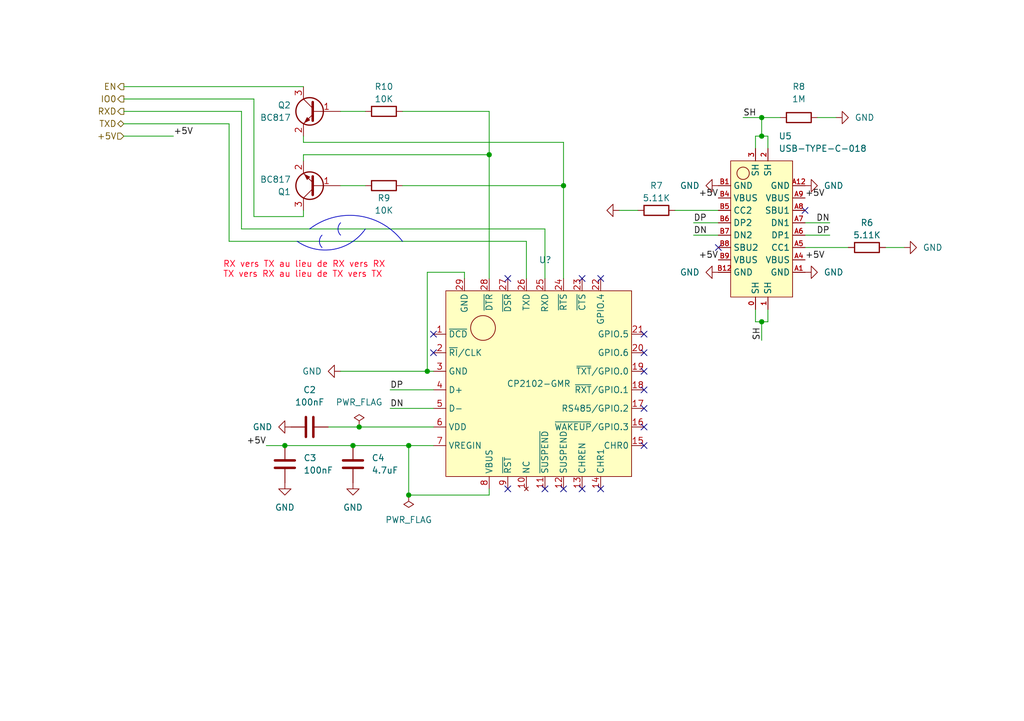
<source format=kicad_sch>
(kicad_sch (version 20230121) (generator eeschema)
  (paper "A5")
  (title_block (title "USB to UART") (date "2023-10-10") (rev "1.0"))
  (lib_symbols
    (symbol "Way to silence:BC817" (pin_names (offset 0) hide)
      (property "Reference" "Q" (at 5.08 1.905 0))
      (property "Value" "BC817" (at 5.08 0 0))
      (symbol "BC817_0_1"
        (polyline (pts (xy 0.635 0.635) (xy 2.54 2.54)))
        (polyline (pts (xy 0.635 -0.635) (xy 2.54 -2.54) (xy 2.54 -2.54)))
        (polyline (pts (xy 0.635 1.905) (xy 0.635 -1.905) (xy 0.635 -1.905)) (stroke (width 0.508)))
        (polyline (pts (xy 1.27 -1.778) (xy 1.778 -1.27) (xy 2.286 -2.286) (xy 1.27 -1.778) (xy 1.27 -1.778)) (fill (type outline)))
        (circle (center 1.27 0) (radius 2.8194) (stroke (width 0.254)))
      )
      (symbol "BC817_1_1"
        (pin input line (at -5.08 0 0) (length 5.715) (name "B") (number "1"))
        (pin passive line (at 2.54 -5.08 90) (length 2.54) (name "E") (number "2"))
        (pin passive line (at 2.54 5.08 270) (length 2.54) (name "C") (number "3"))
      )
    )
    (symbol "Way to silence:C" (pin_numbers hide) (pin_names (offset 0.254))
      (property "Reference" "C" (at -3.81 1.27 0))
      (property "Value" "C" (at 2.54 1.27 0))
      (symbol "C_0_1"
        (polyline (pts (xy -0.762 -2.032) (xy -0.762 2.032)) (stroke (width 0.508)))
        (polyline (pts (xy 0.762 -2.032) (xy 0.762 2.032)) (stroke (width 0.508)))
      )
      (symbol "C_1_1"
        (pin passive line (at -3.81 0 0) (length 2.794) (name "~") (number "1"))
        (pin passive line (at 3.81 0 180) (length 2.794) (name "~") (number "2"))
      )
    )
    (symbol "Way to silence:CP2102"
      (property "Reference" "U" (at -1.27 8.89 0))
      (property "Value" "CP2102-GMR" (at -1.27 3.81 0))
      (symbol "CP2102_1_1"
        (rectangle (start -19.05 19.05) (end 19.05 -19.05) (fill (type background)))
        (circle (center -11.43 11.43) (radius 2.54))
        (pin input line (at -21.59 10.16 0) (length 2.54) (name "~{DCD}") (number "1"))
        (pin no_connect line (at -2.54 -21.59 90) (length 2.54) (name "NC") (number "10"))
        (pin output line (at 1.27 -21.59 90) (length 2.54) (name "~{SUSPEND}") (number "11"))
        (pin output line (at 5.08 -21.59 90) (length 2.54) (name "SUSPEND") (number "12"))
        (pin output line (at 8.89 -21.59 90) (length 2.54) (name "CHREN") (number "13"))
        (pin output line (at 12.7 -21.59 90) (length 2.54) (name "CHR1") (number "14"))
        (pin output line (at 21.59 -12.7 180) (length 2.54) (name "CHR0") (number "15"))
        (pin bidirectional line (at 21.59 -8.89 180) (length 2.54) (name "~{WAKEUP}/GPIO.3") (number "16"))
        (pin bidirectional line (at 21.59 -5.08 180) (length 2.54) (name "RS485/GPIO.2") (number "17"))
        (pin bidirectional line (at 21.59 -1.27 180) (length 2.54) (name "~{RXT}/GPIO.1") (number "18"))
        (pin bidirectional line (at 21.59 2.54 180) (length 2.54) (name "~{TXT}/GPIO.0") (number "19"))
        (pin bidirectional line (at -21.59 6.35 0) (length 2.54) (name "~{RI}/CLK") (number "2"))
        (pin bidirectional line (at 21.59 6.35 180) (length 2.54) (name "GPIO.6") (number "20"))
        (pin bidirectional line (at 21.59 10.16 180) (length 2.54) (name "GPIO.5") (number "21"))
        (pin bidirectional line (at 12.7 21.59 270) (length 2.54) (name "GPIO.4") (number "22"))
        (pin input line (at 8.89 21.59 270) (length 2.54) (name "~{CTS}") (number "23"))
        (pin output line (at 5.08 21.59 270) (length 2.54) (name "~{RTS}") (number "24"))
        (pin input line (at 1.27 21.59 270) (length 2.54) (name "RXD") (number "25"))
        (pin output line (at -2.54 21.59 270) (length 2.54) (name "TXD") (number "26"))
        (pin input line (at -6.35 21.59 270) (length 2.54) (name "~{DSR}") (number "27"))
        (pin output line (at -10.16 21.59 270) (length 2.54) (name "~{DTR}") (number "28"))
        (pin passive line (at -15.24 21.59 270) (length 2.54) (name "GND") (number "29"))
        (pin power_in line (at -21.59 2.54 0) (length 2.54) (name "GND") (number "3"))
        (pin bidirectional line (at -21.59 -1.27 0) (length 2.54) (name "D+") (number "4"))
        (pin bidirectional line (at -21.59 -5.08 0) (length 2.54) (name "D-") (number "5"))
        (pin power_in line (at -21.59 -8.89 0) (length 2.54) (name "VDD") (number "6"))
        (pin power_in line (at -21.59 -12.7 0) (length 2.54) (name "VREGIN") (number "7"))
        (pin input line (at -10.16 -21.59 90) (length 2.54) (name "VBUS") (number "8"))
        (pin input line (at -6.35 -21.59 90) (length 2.54) (name "~{RST}") (number "9"))
      )
    )
    (symbol "Way to silence:R" (pin_numbers hide) (pin_names (offset 0))
      (property "Reference" "R" (at 0 2.032 0))
      (property "Value" "R" (at 0 0 0))
      (symbol "R_0_1"
        (rectangle (start 2.54 -1.016) (end -2.54 1.016) (stroke (width 0.254)))
      )
      (symbol "R_1_1"
        (pin passive line (at -3.81 0 0) (length 1.27) (name "~") (number "1"))
        (pin passive line (at 3.81 0 180) (length 1.27) (name "~") (number "2"))
      )
    )
    (symbol "Way to silence:USB_C_Receptacle"
      (property "Reference" "U" (at 0 22.86 0))
      (property "Value" "USB-TYPE-C-018" (at 0 25.4 0))
      (symbol "USB_C_Receptacle_1_1"
        (rectangle (start -6.35 12.7) (end 6.35 -15.24) (fill (type background)))
        (circle (center -3.81 10.16) (radius 1.27))
        (pin passive line (at -1.27 -17.78 90) (length 2.54) (name "SH") (number "0"))
        (pin passive line (at 1.27 -17.78 90) (length 2.54) (name "SH") (number "1"))
        (pin passive line (at 1.27 15.24 270) (length 2.54) (name "SH") (number "2"))
        (pin passive line (at -1.27 15.24 270) (length 2.54) (name "SH") (number "3"))
        (pin passive line (at 8.89 -10.16 180) (length 2.54) (name "GND") (number "A1"))
        (pin passive line (at 8.89 7.62 180) (length 2.54) (name "GND") (number "A12"))
        (pin passive line (at 8.89 -7.62 180) (length 2.54) (name "VBUS") (number "A4"))
        (pin bidirectional line (at 8.89 -5.08 180) (length 2.54) (name "CC1") (number "A5"))
        (pin bidirectional line (at 8.89 -2.54 180) (length 2.54) (name "DP1") (number "A6"))
        (pin bidirectional line (at 8.89 0 180) (length 2.54) (name "DN1") (number "A7"))
        (pin bidirectional line (at 8.89 2.54 180) (length 2.54) (name "SBU1") (number "A8"))
        (pin passive line (at 8.89 5.08 180) (length 2.54) (name "VBUS") (number "A9"))
        (pin passive line (at -8.89 7.62 0) (length 2.54) (name "GND") (number "B1"))
        (pin passive line (at -8.89 -10.16 0) (length 2.54) (name "GND") (number "B12"))
        (pin passive line (at -8.89 5.08 0) (length 2.54) (name "VBUS") (number "B4"))
        (pin bidirectional line (at -8.89 2.54 0) (length 2.54) (name "CC2") (number "B5"))
        (pin bidirectional line (at -8.89 0 0) (length 2.54) (name "DP2") (number "B6"))
        (pin bidirectional line (at -8.89 -2.54 0) (length 2.54) (name "DN2") (number "B7"))
        (pin bidirectional line (at -8.89 -5.08 0) (length 2.54) (name "SBU2") (number "B8"))
        (pin passive line (at -8.89 -7.62 0) (length 2.54) (name "VBUS") (number "B9"))
      )
    )
    (symbol "power:GND" (power) (pin_names (offset 0))
      (property "Value" "GND" (at 0 -3.81 0))
      (symbol "GND_0_1"
        (polyline (pts (xy 0 0) (xy 0 -1.27) (xy 1.27 -1.27) (xy 0 -2.54) (xy -1.27 -1.27) (xy 0 -1.27)))
      )
      (symbol "GND_1_1"
        (pin power_in line (at 0 0 270) (length 0) hide (name "GND") (number "1"))
      )
    )
    (symbol "power:PWR_FLAG" (power) (pin_numbers hide) (pin_names (offset 0) hide)
      (property "Value" "PWR_FLAG" (at 0 3.81 0))
      (symbol "PWR_FLAG_0_0"
        (pin power_out line (at 0 0 90) (length 0) (name "pwr") (number "1"))
      )
      (symbol "PWR_FLAG_0_1"
        (polyline (pts (xy 0 0) (xy 0 1.27) (xy -1.016 1.905) (xy 0 2.54) (xy 1.016 1.905) (xy 0 1.27)))
      )
    )
  )
  (junction (at 58.42 91.44))
  (junction (at 83.82 101.6))
  (junction (at 73.66 87.63))
  (junction (at 83.82 91.44))
  (junction (at 87.63 76.2))
  (junction (at 100.33 31.75))
  (junction (at 156.21 27.94))
  (junction (at 156.21 66.04))
  (junction (at 115.57 38.1))
  (junction (at 72.39 91.44))
  (junction (at 156.21 24.13))
  (no_connect (at 132.08 72.39))
  (no_connect (at 111.76 100.33))
  (no_connect (at 115.57 100.33))
  (no_connect (at 147.32 50.8))
  (no_connect (at 104.14 57.15))
  (no_connect (at 132.08 80.01))
  (no_connect (at 132.08 91.44))
  (no_connect (at 104.14 100.33))
  (no_connect (at 165.1 43.18))
  (no_connect (at 132.08 83.82))
  (no_connect (at 132.08 68.58))
  (no_connect (at 123.19 100.33))
  (no_connect (at 119.38 57.15))
  (no_connect (at 132.08 87.63))
  (no_connect (at 88.9 72.39))
  (no_connect (at 88.9 68.58))
  (no_connect (at 123.19 57.15))
  (no_connect (at 132.08 76.2))
  (no_connect (at 119.38 100.33))
  (wire (pts (xy 54.61 91.44) (xy 58.42 91.44)))
  (wire (pts (xy 52.07 44.45) (xy 52.07 20.32)))
  (wire (pts (xy 167.64 24.13) (xy 171.45 24.13)))
  (wire (pts (xy 115.57 38.1) (xy 115.57 29.21)))
  (wire (pts (xy 142.24 45.72) (xy 147.32 45.72)))
  (wire (pts (xy 138.43 43.18) (xy 147.32 43.18)))
  (wire (pts (xy 49.53 46.99) (xy 49.53 22.86)))
  (wire (pts (xy 58.42 91.44) (xy 72.39 91.44)))
  (wire (pts (xy 165.1 48.26) (xy 170.18 48.26)))
  (wire (pts (xy 107.95 57.15) (xy 107.95 49.53)))
  (wire (pts (xy 82.55 38.1) (xy 115.57 38.1)))
  (wire (pts (xy 156.21 27.94) (xy 157.48 27.94)))
  (wire (pts (xy 67.31 87.63) (xy 73.66 87.63)))
  (wire (pts (xy 80.01 83.82) (xy 88.9 83.82)))
  (wire (pts (xy 181.61 50.8) (xy 185.42 50.8)))
  (wire (pts (xy 111.76 57.15) (xy 111.76 46.99)))
  (wire (pts (xy 156.21 66.04) (xy 156.21 69.85)))
  (wire (pts (xy 69.85 22.86) (xy 74.93 22.86)))
  (wire (pts (xy 83.82 101.6) (xy 83.82 91.44)))
  (wire (pts (xy 87.63 76.2) (xy 88.9 76.2)))
  (wire (pts (xy 115.57 29.21) (xy 62.23 29.21)))
  (wire (pts (xy 100.33 100.33) (xy 100.33 101.6)))
  (wire (pts (xy 100.33 31.75) (xy 62.23 31.75)))
  (wire (pts (xy 25.4 27.94) (xy 35.56 27.94)))
  (wire (pts (xy 100.33 22.86) (xy 82.55 22.86)))
  (wire (pts (xy 152.4 24.13) (xy 156.21 24.13)))
  (wire (pts (xy 156.21 24.13) (xy 156.21 27.94)))
  (wire (pts (xy 69.85 38.1) (xy 74.93 38.1)))
  (wire (pts (xy 62.23 31.75) (xy 62.23 33.02)))
  (wire (pts (xy 165.1 50.8) (xy 173.99 50.8)))
  (wire (pts (xy 154.94 66.04) (xy 156.21 66.04)))
  (wire (pts (xy 73.66 87.63) (xy 88.9 87.63)))
  (wire (pts (xy 156.21 24.13) (xy 160.02 24.13)))
  (wire (pts (xy 157.48 63.5) (xy 157.48 66.04)))
  (wire (pts (xy 154.94 63.5) (xy 154.94 66.04)))
  (wire (pts (xy 154.94 27.94) (xy 156.21 27.94)))
  (wire (pts (xy 127 43.18) (xy 130.81 43.18)))
  (wire (pts (xy 62.23 44.45) (xy 52.07 44.45)))
  (wire (pts (xy 157.48 27.94) (xy 157.48 30.48)))
  (wire (pts (xy 46.99 49.53) (xy 46.99 25.4)))
  (wire (pts (xy 165.1 45.72) (xy 170.18 45.72)))
  (wire (pts (xy 95.25 57.15) (xy 95.25 55.88)))
  (wire (pts (xy 87.63 55.88) (xy 87.63 76.2)))
  (wire (pts (xy 49.53 22.86) (xy 25.4 22.86)))
  (wire (pts (xy 72.39 91.44) (xy 83.82 91.44)))
  (wire (pts (xy 156.21 66.04) (xy 157.48 66.04)))
  (wire (pts (xy 62.23 43.18) (xy 62.23 44.45)))
  (wire (pts (xy 100.33 31.75) (xy 100.33 22.86)))
  (wire (pts (xy 83.82 101.6) (xy 100.33 101.6)))
  (wire (pts (xy 100.33 57.15) (xy 100.33 31.75)))
  (wire (pts (xy 154.94 27.94) (xy 154.94 30.48)))
  (wire (pts (xy 95.25 55.88) (xy 87.63 55.88)))
  (wire (pts (xy 62.23 29.21) (xy 62.23 27.94)))
  (wire (pts (xy 111.76 46.99) (xy 49.53 46.99)))
  (wire (pts (xy 25.4 17.78) (xy 62.23 17.78)))
  (wire (pts (xy 52.07 20.32) (xy 25.4 20.32)))
  (wire (pts (xy 46.99 25.4) (xy 25.4 25.4)))
  (wire (pts (xy 83.82 91.44) (xy 88.9 91.44)))
  (wire (pts (xy 115.57 57.15) (xy 115.57 38.1)))
  (wire (pts (xy 69.85 76.2) (xy 87.63 76.2)))
  (wire (pts (xy 107.95 49.53) (xy 46.99 49.53)))
  (wire (pts (xy 142.24 48.26) (xy 147.32 48.26)))
  (wire (pts (xy 80.01 80.01) (xy 88.9 80.01)))
  (arc (start 63.5 46.99) (mid 73.5511 44.3146) (end 82.55 49.53))
  (arc (start 69.85 48.26) (mid 69.324 46.99) (end 69.85 45.72))
  (arc (start 74.93 46.99) (mid 68.4711 51.1533) (end 60.96 49.53))
  (arc (start 66.04 50.8) (mid 65.514 49.53) (end 66.04 48.26))
  (text "RX vers TX au lieu de RX vers RX\nTX vers RX au lieu de TX vers TX" (at 45.72 57.15 0) (effects (font (size 1.27 1.27)) (justify left bottom)))
  (label "SH" (at 152.4 24.13 0))
  (label "DP" (at 170.18 48.26 180))
  (label "+5V" (at 147.32 40.64 180))
  (label "+5V" (at 165.1 53.34 0))
  (label "+5V" (at 147.32 53.34 180))
  (label "+5V" (at 35.56 27.94 0))
  (label "+5V" (at 165.1 40.64 0))
  (label "DP" (at 142.24 45.72 0))
  (label "DN" (at 80.01 83.82 0))
  (label "+5V" (at 54.61 91.44 180))
  (label "DN" (at 170.18 45.72 180))
  (label "DN" (at 142.24 48.26 0))
  (label "DP" (at 80.01 80.01 0))
  (label "SH" (at 156.21 69.85 90))
  (hierarchical_label "RXD" (shape output) (at 25.4 22.86 180))
  (hierarchical_label "TXD" (shape bidirectional) (at 25.4 25.4 180))
  (hierarchical_label "EN" (shape output) (at 25.4 17.78 180))
  (hierarchical_label "IO0" (shape output) (at 25.4 20.32 180))
  (hierarchical_label "+5V" (shape input) (at 25.4 27.94 180))
  (symbol (lib_id "power:GND") (at 127 43.18 270) (unit 1)
    (property "Reference" "#PWR019" (effects hide))
    (property "Value" "GND" (effects hide))
  )
  (symbol (lib_id "power:GND") (at 171.45 24.13 90) (unit 1)
    (property "Reference" "#PWR020" (effects hide))
    (property "Value" "GND" (at 175.26 24.13 90) (effects (justify right)))
  )
  (symbol (lib_id "power:GND") (at 185.42 50.8 90) (unit 1)
    (property "Reference" "#PWR018" (effects hide))
    (property "Value" "GND" (at 189.23 50.8 90) (effects (justify right)))
  )
  (symbol (lib_id "power:GND") (at 72.39 99.06 0) (unit 1)
    (property "Reference" "#PWR022" (effects hide))
    (property "Value" "GND" (at 72.39 104.14 0))
  )
  (symbol (lib_id "Way to silence:R") (at 163.83 24.13 0) (unit 1)
    (property "Reference" "R8" (at 163.83 17.78 0))
    (property "Value" "1M" (at 163.83 20.32 0))
    (property "Footprint" "Way to silence:R_0603_1608Metric" (effects hide))
    (property "LCSC" "C22935" (effects hide))
  )
  (symbol (lib_id "power:GND") (at 58.42 99.06 0) (unit 1)
    (property "Reference" "#PWR023" (effects hide))
    (property "Value" "GND" (at 58.42 104.14 0))
  )
  (symbol (lib_id "power:GND") (at 59.69 87.63 270) (unit 1)
    (property "Reference" "#PWR021" (effects hide))
    (property "Value" "GND" (at 55.88 87.63 90) (effects (justify right)))
  )
  (symbol (lib_id "power:PWR_FLAG") (at 83.82 101.6 180) (unit 1)
    (property "Reference" "#FLG06" (effects hide))
    (property "Value" "PWR_FLAG" (at 83.82 106.68 0))
  )
  (symbol (lib_id "Way to silence:BC817") (at 64.77 22.86 0) (mirror y) (unit 1)
    (property "Reference" "Q2" (at 59.69 21.59 0) (effects (justify left)))
    (property "Value" "BC817" (at 59.69 24.13 0) (effects (justify left)))
    (property "Footprint" "Package_TO_SOT_SMD:SOT-23" (effects hide))
    (property "Datasheet" "https://www.onsemi.com/pub/Collateral/BC818-D.pdf" (effects hide))
    (property "LCSC" "C475629" (effects hide))
    (property "JLCPCB Rotation Offset" "180" (effects hide))
  )
  (symbol (lib_id "power:GND") (at 165.1 55.88 90) (unit 1)
    (property "Reference" "#PWR014" (effects hide))
    (property "Value" "GND" (at 168.91 55.88 90) (effects (justify right)))
  )
  (symbol (lib_id "power:GND") (at 147.32 55.88 270) (unit 1)
    (property "Reference" "#PWR015" (effects hide))
    (property "Value" "GND" (at 143.51 55.88 90) (effects (justify right)))
  )
  (symbol (lib_id "Way to silence:R") (at 78.74 22.86 180) (unit 1)
    (property "Reference" "R10" (at 78.74 17.78 0))
    (property "Value" "10K" (at 78.74 20.32 0))
    (property "Footprint" "Way to silence:R_0603_1608Metric" (effects hide))
    (property "LCSC" "C25804" (effects hide))
  )
  (symbol (lib_id "Way to silence:R") (at 177.8 50.8 0) (unit 1)
    (property "Reference" "R6" (at 177.8 45.72 0))
    (property "Value" "5.11K" (at 177.8 48.26 0))
    (property "Footprint" "Way to silence:R_0603_1608Metric" (effects hide))
    (property "LCSC" "C425414" (effects hide))
  )
  (symbol (lib_id "Way to silence:CP2102") (at 110.49 78.74 0) (unit 1)
    (property "Reference" "U?" (at 110.49 53.34 0) (effects (justify left)))
    (property "Value" "CP2102-GMR" (at 110.49 78.74 0))
    (property "Footprint" "Way to silence:CP2102" (effects hide))
    (property "Datasheet" "https://datasheet.lcsc.com/lcsc/1811081920_SILICON-LABS-CP2102-GMR_C6568.pdf" (effects hide))
    (property "LCSC" "C6568" (effects hide))
    (instances (project "Way to silence" (path "" (reference "U?") (unit 1)) (path "" (reference "U3") (unit 1))))
  )
  (symbol (lib_id "Way to silence:C") (at 72.39 95.25 90) (unit 1)
    (property "Reference" "C4" (at 76.2 93.98 90) (effects (justify right)))
    (property "Value" "4.7uF" (at 76.2 96.52 90) (effects (justify right)))
    (property "Footprint" "Way to silence:C_0603_1608Metric" (effects hide))
    (property "LCSC" "C19666" (effects hide))
  )
  (symbol (lib_id "power:GND") (at 165.1 38.1 90) (unit 1)
    (property "Reference" "#PWR016" (effects hide))
    (property "Value" "GND" (at 168.91 38.1 90) (effects (justify right)))
  )
  (symbol (lib_id "Way to silence:C") (at 58.42 95.25 90) (unit 1)
    (property "Reference" "C3" (at 62.23 93.98 90) (effects (justify right)))
    (property "Value" "100nF" (at 62.23 96.52 90) (effects (justify right)))
    (property "Footprint" "Way to silence:C_0603_1608Metric" (effects hide))
    (property "LCSC" "C14663" (effects hide))
  )
  (symbol (lib_id "Way to silence:BC817") (at 64.77 38.1 180) (unit 1)
    (property "Reference" "Q1" (at 59.69 39.37 0) (effects (justify left)))
    (property "Value" "BC817" (at 59.69 36.83 0) (effects (justify left)))
    (property "Footprint" "Package_TO_SOT_SMD:SOT-23" (effects hide))
    (property "Datasheet" "https://www.onsemi.com/pub/Collateral/BC818-D.pdf" (effects hide))
    (property "LCSC" "C475629" (effects hide))
    (property "JLCPCB Rotation Offset" "180" (effects hide))
  )
  (symbol (lib_id "power:GND") (at 69.85 76.2 270) (unit 1)
    (property "Reference" "#PWR025" (effects hide))
    (property "Value" "GND" (at 66.04 76.2 90) (effects (justify right)))
  )
  (symbol (lib_id "power:GND") (at 147.32 38.1 270) (unit 1)
    (property "Reference" "#PWR017" (effects hide))
    (property "Value" "GND" (at 143.51 38.1 90) (effects (justify right)))
  )
  (symbol (lib_id "power:PWR_FLAG") (at 73.66 87.63 0) (unit 1)
    (property "Reference" "#FLG04" (effects hide))
    (property "Value" "PWR_FLAG" (at 73.66 82.55 0))
  )
  (symbol (lib_id "Way to silence:USB_C_Receptacle") (at 156.21 45.72 0) (unit 1)
    (property "Reference" "U5" (at 159.6741 27.94 0) (effects (justify left)))
    (property "Value" "USB-TYPE-C-018" (at 159.6741 30.48 0) (effects (justify left)))
    (property "Footprint" "Way to silence:USB_C_Receptacle" (effects hide))
    (property "Datasheet" "https://github.com/juthomas/Way-To-Silence/blob/main/DataSheets/USB-TYPE-C-018.pdf" (effects hide))
    (property "LCSC" "C2927038" (effects hide))
  )
  (symbol (lib_id "Way to silence:R") (at 134.62 43.18 0) (unit 1)
    (property "Reference" "R7" (at 134.62 38.1 0))
    (property "Value" "5.11K" (at 134.62 40.64 0))
    (property "Footprint" "Way to silence:R_0603_1608Metric" (effects hide))
    (property "LCSC" "C425414" (effects hide))
  )
  (symbol (lib_id "Way to silence:R") (at 78.74 38.1 180) (unit 1)
    (property "Reference" "R9" (at 78.74 40.64 0))
    (property "Value" "10K" (at 78.74 43.18 0))
    (property "Footprint" "Way to silence:R_0603_1608Metric" (effects hide))
    (property "LCSC" "C25804" (effects hide))
  )
  (symbol (lib_id "Way to silence:C") (at 63.5 87.63 0) (unit 1)
    (property "Reference" "C2" (at 63.5 80.01 0))
    (property "Value" "100nF" (at 63.5 82.55 0))
    (property "Footprint" "Way to silence:C_0603_1608Metric" (effects hide))
    (property "LCSC" "C14663" (effects hide))
  )
)
</source>
